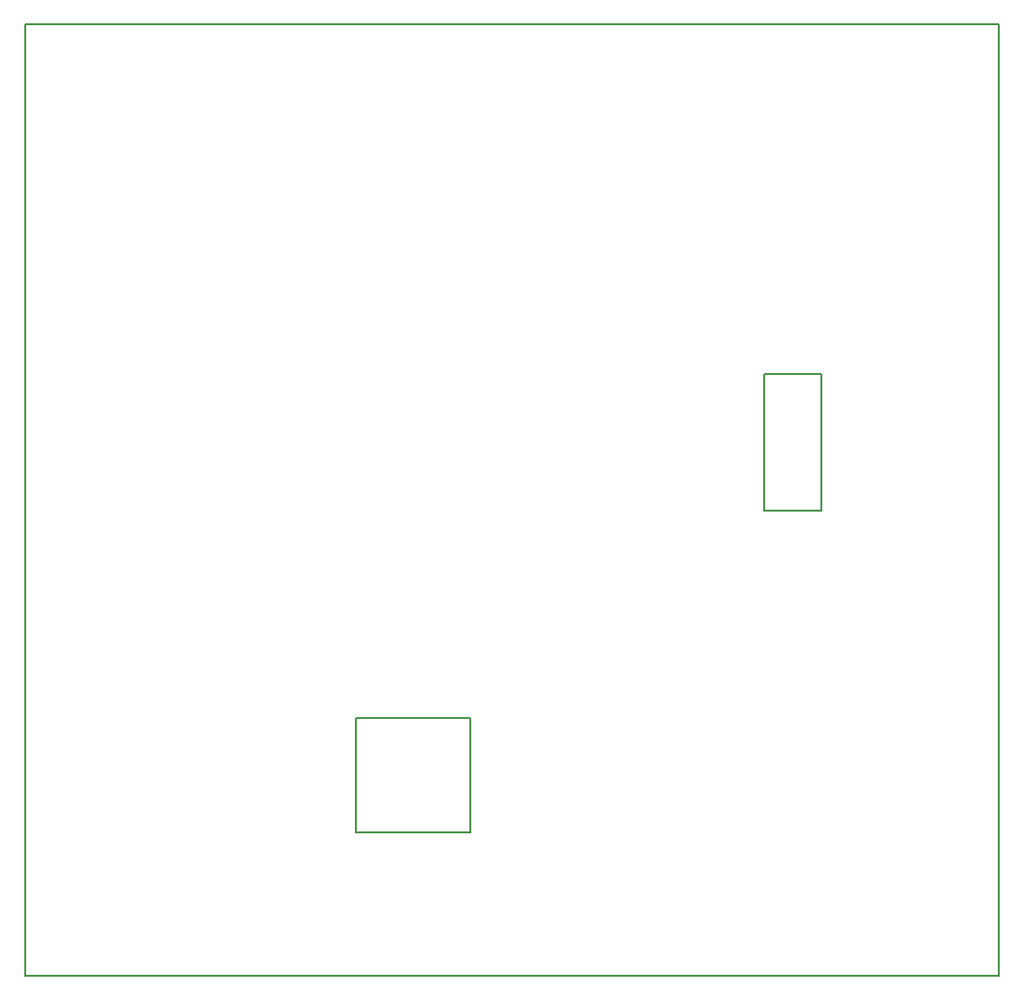
<source format=gbr>
G04 #@! TF.GenerationSoftware,KiCad,Pcbnew,5.0.1-33cea8e~68~ubuntu18.04.1*
G04 #@! TF.CreationDate,2018-11-17T12:57:36+01:00*
G04 #@! TF.ProjectId,ESP32-Wrover-kit-debug-breakout,45535033322D57726F7665722D6B6974,rev?*
G04 #@! TF.SameCoordinates,Original*
G04 #@! TF.FileFunction,Profile,NP*
%FSLAX46Y46*%
G04 Gerber Fmt 4.6, Leading zero omitted, Abs format (unit mm)*
G04 Created by KiCad (PCBNEW 5.0.1-33cea8e~68~ubuntu18.04.1) date lör 17 nov 2018 12:57:36*
%MOMM*%
%LPD*%
G01*
G04 APERTURE LIST*
%ADD10C,0.150000*%
G04 APERTURE END LIST*
D10*
X114516000Y-80522000D02*
X119469000Y-80522000D01*
X114516000Y-92460000D02*
X114516000Y-80522000D01*
X119469000Y-92460000D02*
X114516000Y-92460000D01*
X119469000Y-80522000D02*
X119469000Y-92460000D01*
X78843000Y-120593000D02*
X88843000Y-120593000D01*
X88843000Y-110593000D02*
X88843000Y-120593000D01*
X78843000Y-110593000D02*
X78843000Y-120593000D01*
X78843000Y-110593000D02*
X88843000Y-110593000D01*
X50000000Y-133100000D02*
X135000000Y-133100000D01*
X135000000Y-50000000D02*
X135000000Y-133100000D01*
X50000000Y-50000000D02*
X50000000Y-133100000D01*
X50000000Y-50000000D02*
X135000000Y-50000000D01*
M02*

</source>
